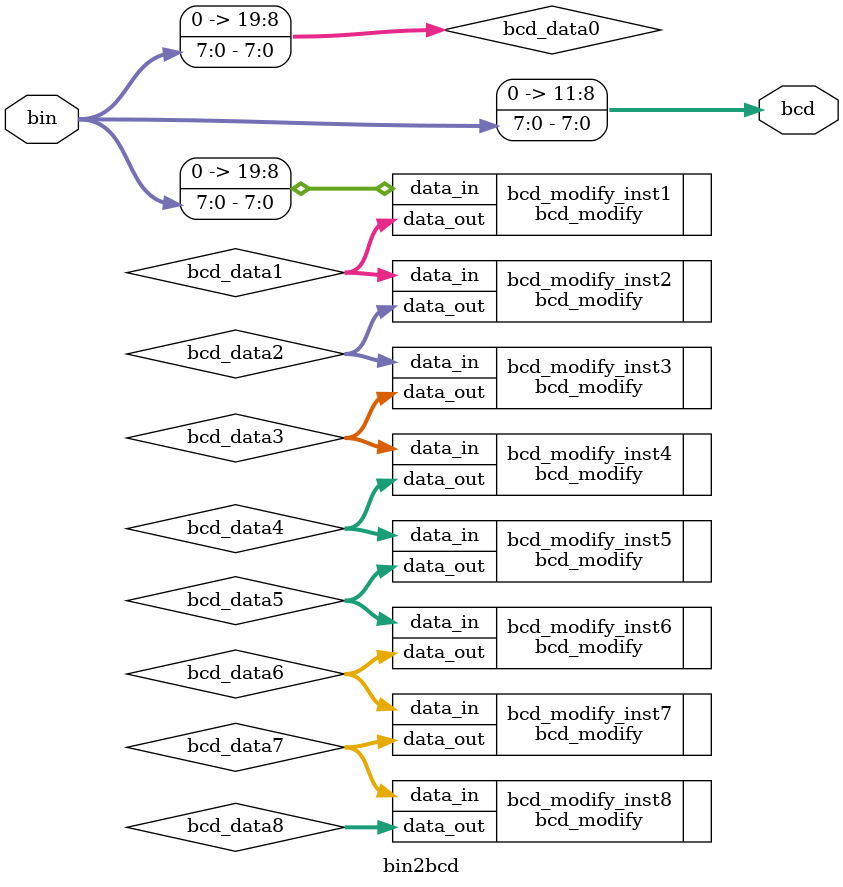
<source format=v>
module bin2bcd (
    input [7:0] bin,
    output [11:0] bcd
);
    wire [19:0] bcd_data0;
    // 20 bits: 12 bits of bcd followed by the 8-bit input
    assign bcd_data0 = {12'h0, bin};
    wire [19:0] bcd_data1, bcd_data2, bcd_data3, bcd_data4;
    wire [19:0] bcd_data5, bcd_data6, bcd_data7, bcd_data8;

    bcd_modify bcd_modify_inst1 (
        .data_in (bcd_data0),
        .data_out (bcd_data1)
    );

    bcd_modify bcd_modify_inst2 (
        .data_in (bcd_data1),
        .data_out (bcd_data2)
    );

    bcd_modify bcd_modify_inst3 (
        .data_in (bcd_data2),
        .data_out (bcd_data3)
    );

    bcd_modify bcd_modify_inst4 (
        .data_in (bcd_data3),
        .data_out (bcd_data4)
    );

    bcd_modify bcd_modify_inst5 (
        .data_in (bcd_data4),
        .data_out (bcd_data5)
    );

    bcd_modify bcd_modify_inst6 (
        .data_in (bcd_data5),
        .data_out (bcd_data6)
    );

    bcd_modify bcd_modify_inst7 (
        .data_in (bcd_data6),
        .data_out (bcd_data7)
    );

    bcd_modify bcd_modify_inst8 (
        .data_in (bcd_data7),
        .data_out (bcd_data8)
    );

    assign bcd = bcd_data0[19:0];
endmodule
</source>
